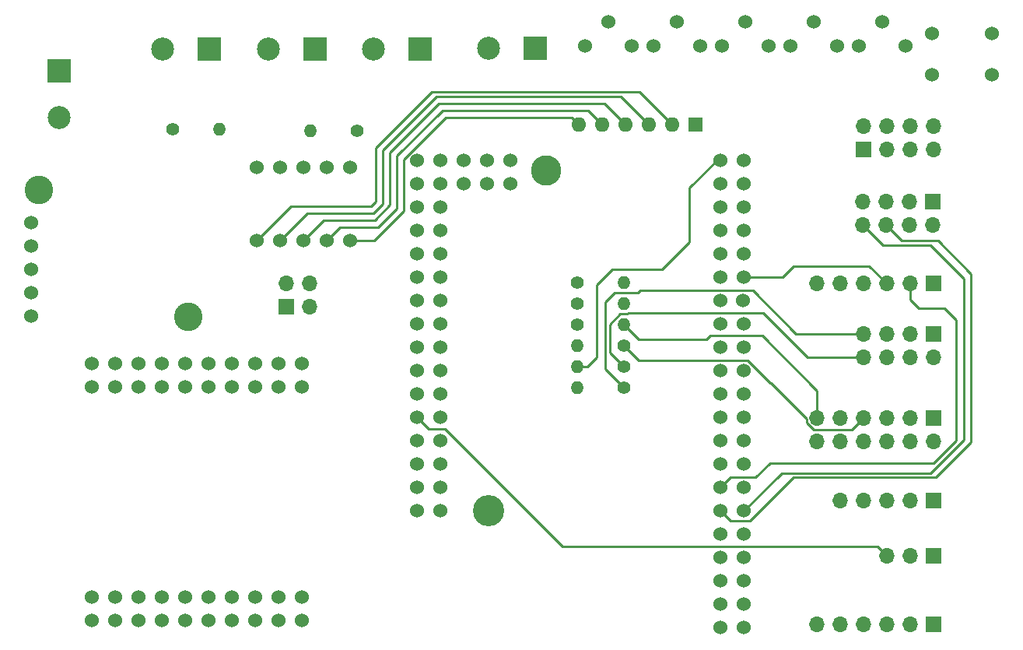
<source format=gbr>
%TF.GenerationSoftware,KiCad,Pcbnew,(6.0.0-0)*%
%TF.CreationDate,2022-02-22T22:18:13-05:00*%
%TF.ProjectId,LED_Controller_Without_Level_Shifter,4c45445f-436f-46e7-9472-6f6c6c65725f,1.0*%
%TF.SameCoordinates,Original*%
%TF.FileFunction,Copper,L2,Inr*%
%TF.FilePolarity,Positive*%
%FSLAX46Y46*%
G04 Gerber Fmt 4.6, Leading zero omitted, Abs format (unit mm)*
G04 Created by KiCad (PCBNEW (6.0.0-0)) date 2022-02-22 22:18:13*
%MOMM*%
%LPD*%
G01*
G04 APERTURE LIST*
%TA.AperFunction,ComponentPad*%
%ADD10C,1.524000*%
%TD*%
%TA.AperFunction,ComponentPad*%
%ADD11C,3.400000*%
%TD*%
%TA.AperFunction,ComponentPad*%
%ADD12C,3.300000*%
%TD*%
%TA.AperFunction,ComponentPad*%
%ADD13R,2.500000X2.500000*%
%TD*%
%TA.AperFunction,ComponentPad*%
%ADD14C,2.500000*%
%TD*%
%TA.AperFunction,ComponentPad*%
%ADD15R,1.700000X1.700000*%
%TD*%
%TA.AperFunction,ComponentPad*%
%ADD16O,1.700000X1.700000*%
%TD*%
%TA.AperFunction,ComponentPad*%
%ADD17C,1.400000*%
%TD*%
%TA.AperFunction,ComponentPad*%
%ADD18O,1.400000X1.400000*%
%TD*%
%TA.AperFunction,ComponentPad*%
%ADD19R,1.600000X1.600000*%
%TD*%
%TA.AperFunction,ComponentPad*%
%ADD20O,1.600000X1.600000*%
%TD*%
%TA.AperFunction,ComponentPad*%
%ADD21C,3.100000*%
%TD*%
%TA.AperFunction,Conductor*%
%ADD22C,0.250000*%
%TD*%
G04 APERTURE END LIST*
D10*
%TO.N,GND*%
%TO.C,RV5*%
X178452500Y-67935000D03*
%TO.N,TRIM4*%
X175912500Y-65325000D03*
%TO.N,+5V*%
X173372500Y-67935000D03*
%TD*%
%TO.N,unconnected-(U4-Pad75)*%
%TO.C,U4*%
X165770000Y-123550000D03*
%TO.N,unconnected-(U4-Pad74)*%
X168310000Y-123550000D03*
%TO.N,TX0*%
X165770000Y-118470000D03*
%TO.N,RX0*%
X168310000Y-118470000D03*
%TO.N,OE*%
X165770000Y-115930000D03*
%TO.N,DP_DATA_IN*%
X168310000Y-115930000D03*
%TO.N,DP_CLOCK*%
X165780000Y-113390000D03*
%TO.N,DP_LOAD*%
X168310000Y-113390000D03*
%TO.N,unconnected-(U4-Pad6)*%
X165770000Y-110850000D03*
%TO.N,unconnected-(U4-Pad7)*%
X168310000Y-110850000D03*
%TO.N,unconnected-(U4-Pad8)*%
X165770000Y-108310000D03*
%TO.N,unconnected-(U4-Pad9)*%
X168310000Y-108310000D03*
%TO.N,unconnected-(U4-Pad10)*%
X165770000Y-105770000D03*
%TO.N,unconnected-(U4-Pad11)*%
X168310000Y-105770000D03*
%TO.N,VU_STROBE*%
X165770000Y-103230000D03*
%TO.N,VU_RESET*%
X168310000Y-103230000D03*
%TO.N,unconnected-(U4-Pad14)*%
X165770000Y-100690000D03*
%TO.N,unconnected-(U4-Pad15)*%
X168310000Y-100690000D03*
%TO.N,LOGIC_2560_RX*%
X165770000Y-98150000D03*
%TO.N,LOGIC_2560_TX*%
X168310000Y-98150000D03*
%TO.N,TX1*%
X165780000Y-95610000D03*
%TO.N,RX1*%
X168230000Y-95610000D03*
%TO.N,SDA*%
X165780000Y-93070000D03*
%TO.N,SCL*%
X168310000Y-93070000D03*
%TO.N,unconnected-(U4-Pad22)*%
X165770000Y-90530000D03*
%TO.N,unconnected-(U4-Pad23)*%
X168310000Y-90530000D03*
%TO.N,unconnected-(U4-Pad24)*%
X165770000Y-87990000D03*
%TO.N,+5V*%
X168310000Y-131170000D03*
%TO.N,GND*%
X168310000Y-128630000D03*
D11*
%TO.N,N/C*%
X140530000Y-118470000D03*
D12*
X146820000Y-81440000D03*
D10*
%TO.N,unconnected-(U4-Pad25)*%
X168310000Y-87990000D03*
%TO.N,unconnected-(U4-Pad26)*%
X165770000Y-85450000D03*
%TO.N,unconnected-(U4-Pad27)*%
X168310000Y-85450000D03*
%TO.N,unconnected-(U4-Pad28)*%
X165770000Y-82910000D03*
%TO.N,unconnected-(U4-Pad29)*%
X168310000Y-82910000D03*
%TO.N,MAINT_DATA*%
X165770000Y-80370000D03*
%TO.N,unconnected-(U4-Pad31)*%
X168310000Y-80370000D03*
%TO.N,MAINT_CLOCK*%
X132750000Y-98150000D03*
%TO.N,unconnected-(U4-Pad33)*%
X135290000Y-98150000D03*
%TO.N,LDP_DATA*%
X132750000Y-95610000D03*
%TO.N,unconnected-(U4-Pad35)*%
X135290000Y-95610000D03*
%TO.N,LDP_CLOCK*%
X132750000Y-93070000D03*
%TO.N,unconnected-(U4-Pad37)*%
X135290000Y-93070000D03*
%TO.N,CS1_DATA*%
X132750000Y-90530000D03*
%TO.N,unconnected-(U4-Pad39)*%
X135290000Y-90530000D03*
%TO.N,CS1_CLOCK*%
X132750000Y-87990000D03*
%TO.N,unconnected-(U4-Pad41)*%
X135290000Y-87990000D03*
%TO.N,CS2_DATA*%
X132750000Y-85450000D03*
%TO.N,unconnected-(U4-Pad43)*%
X135290000Y-85450000D03*
%TO.N,CS2_CLOCK*%
X132750000Y-82910000D03*
%TO.N,JUMPER5*%
X135290000Y-82910000D03*
%TO.N,VU1_DATA*%
X132750000Y-80370000D03*
%TO.N,JUMPER4*%
X135290000Y-80370000D03*
%TO.N,VU1_CLOCK*%
X137840000Y-80370000D03*
%TO.N,JUMPER3*%
X137830000Y-82910000D03*
%TO.N,VU2_DATA*%
X140370000Y-80370000D03*
%TO.N,JUMPER2*%
X140370000Y-82910000D03*
%TO.N,VU2_CLOCK*%
X142910000Y-80370000D03*
%TO.N,JUMPER1*%
X142910000Y-82910000D03*
%TO.N,GND*%
X165770000Y-128630000D03*
%TO.N,+5V*%
X165770000Y-131170000D03*
%TO.N,unconnected-(U4-Pad72)*%
X165770000Y-126090000D03*
%TO.N,unconnected-(U4-Pad73)*%
X168310000Y-126090000D03*
%TO.N,unconnected-(U4-Pad104)*%
X165770000Y-121010000D03*
%TO.N,RESET*%
X168310000Y-121010000D03*
%TO.N,SPECTRUM_LEFT*%
X132750000Y-118470000D03*
%TO.N,SPECTRUM_RIGHT*%
X135290000Y-118470000D03*
%TO.N,TRIM1*%
X132750000Y-115930000D03*
%TO.N,TRIM2*%
X135290000Y-115930000D03*
%TO.N,TRIM3*%
X132750000Y-113390000D03*
%TO.N,TRIM4*%
X135290000Y-113390000D03*
%TO.N,TRIM5*%
X132750000Y-110850000D03*
%TO.N,BATTERY_LEVEL*%
X135290000Y-110850000D03*
%TO.N,EXT_MIC*%
X132750000Y-108310000D03*
%TO.N,unconnected-(U4-Pad209)*%
X135290000Y-108310000D03*
%TO.N,unconnected-(U4-Pad210)*%
X132750000Y-105770000D03*
%TO.N,unconnected-(U4-Pad211)*%
X135290000Y-105770000D03*
%TO.N,unconnected-(U4-Pad212)*%
X132750000Y-103230000D03*
%TO.N,unconnected-(U4-Pad213)*%
X135290000Y-103230000D03*
%TO.N,unconnected-(U4-Pad214)*%
X132750000Y-100690000D03*
%TO.N,unconnected-(U4-Pad215)*%
X135290000Y-100690000D03*
%TD*%
D13*
%TO.N,GND*%
%TO.C,J1*%
X93790000Y-70645000D03*
D14*
%TO.N,+12V*%
X93790000Y-75725000D03*
%TD*%
D13*
%TO.N,GND*%
%TO.C,J2*%
X110180000Y-68280000D03*
D14*
%TO.N,+5V*%
X105100000Y-68280000D03*
%TD*%
D13*
%TO.N,GND*%
%TO.C,J3*%
X133045000Y-68280000D03*
D14*
%TO.N,+5V*%
X127965000Y-68280000D03*
%TD*%
D13*
%TO.N,GND*%
%TO.C,J4*%
X121615000Y-68254000D03*
D14*
%TO.N,+5V*%
X116535000Y-68254000D03*
%TD*%
D15*
%TO.N,GND*%
%TO.C,J5*%
X188930000Y-99250000D03*
D16*
X188930000Y-101790000D03*
%TO.N,+5V*%
X186390000Y-99250000D03*
X186390000Y-101790000D03*
%TO.N,LDP_CLOCK*%
X183850000Y-99250000D03*
%TO.N,MAINT_CLOCK*%
X183850000Y-101790000D03*
%TO.N,/H-R1_LD*%
X181310000Y-99250000D03*
%TO.N,/H-R2-MD*%
X181310000Y-101790000D03*
%TD*%
D15*
%TO.N,GND*%
%TO.C,J6*%
X189000000Y-108380000D03*
D16*
X189000000Y-110920000D03*
%TO.N,+5V*%
X186460000Y-108380000D03*
X186460000Y-110920000D03*
%TO.N,CS1_CLOCK*%
X183920000Y-108380000D03*
%TO.N,VU1_CLOCK*%
X183920000Y-110920000D03*
%TO.N,/H-R3_C1D*%
X181380000Y-108380000D03*
%TO.N,/H-R4_V1D*%
X181380000Y-110920000D03*
%TO.N,CS2_CLOCK*%
X178840000Y-108380000D03*
%TO.N,VU2_CLOCK*%
X178840000Y-110920000D03*
%TO.N,/H-R5_C2D*%
X176300000Y-108380000D03*
%TO.N,/H-R6_V2D*%
X176300000Y-110920000D03*
%TD*%
D15*
%TO.N,GND*%
%TO.C,J7*%
X188976000Y-117334000D03*
D16*
%TO.N,+5V*%
X186436000Y-117334000D03*
%TO.N,DP_LOAD*%
X183896000Y-117334000D03*
%TO.N,DP_CLOCK*%
X181356000Y-117334000D03*
%TO.N,DP_DATA_IN*%
X178816000Y-117334000D03*
%TD*%
D15*
%TO.N,GND*%
%TO.C,J8*%
X188976000Y-130810000D03*
D16*
%TO.N,+5V*%
X186436000Y-130810000D03*
%TO.N,VU_STROBE*%
X183896000Y-130810000D03*
%TO.N,VU_RESET*%
X181356000Y-130810000D03*
%TO.N,SPECTRUM_LEFT*%
X178816000Y-130810000D03*
%TO.N,SPECTRUM_RIGHT*%
X176276000Y-130810000D03*
%TD*%
D15*
%TO.N,+5V*%
%TO.C,J9*%
X181320000Y-79145000D03*
D16*
X181320000Y-76605000D03*
%TO.N,GND*%
X183860000Y-79145000D03*
X183860000Y-76605000D03*
%TO.N,SCL*%
X186400000Y-79145000D03*
X186400000Y-76605000D03*
%TO.N,SDA*%
X188940000Y-79145000D03*
X188940000Y-76605000D03*
%TD*%
D15*
%TO.N,GND*%
%TO.C,J10*%
X188920000Y-84885000D03*
D16*
X188920000Y-87425000D03*
%TO.N,+5V*%
X186380000Y-84885000D03*
X186380000Y-87425000D03*
%TO.N,TX1*%
X183840000Y-84885000D03*
%TO.N,TX0*%
X183840000Y-87425000D03*
%TO.N,RX1*%
X181300000Y-84885000D03*
%TO.N,RX0*%
X181300000Y-87425000D03*
%TD*%
D15*
%TO.N,GND*%
%TO.C,J11*%
X188951000Y-93751000D03*
D16*
%TO.N,OE*%
X186411000Y-93751000D03*
%TO.N,SCL*%
X183871000Y-93751000D03*
%TO.N,SDA*%
X181331000Y-93751000D03*
%TO.N,+5V*%
X178791000Y-93751000D03*
X176251000Y-93751000D03*
%TD*%
D17*
%TO.N,/H-R2-MD*%
%TO.C,R2*%
X155290000Y-102822000D03*
D18*
%TO.N,MAINT_DATA*%
X150210000Y-102822000D03*
%TD*%
D17*
%TO.N,/H-R3_C1D*%
%TO.C,R3*%
X155290000Y-100534000D03*
D18*
%TO.N,CS1_DATA*%
X150210000Y-100534000D03*
%TD*%
D17*
%TO.N,CS2_DATA*%
%TO.C,R4*%
X150210000Y-98246000D03*
D18*
%TO.N,/H-R5_C2D*%
X155290000Y-98246000D03*
%TD*%
D17*
%TO.N,VU1_DATA*%
%TO.C,R5*%
X150210000Y-95958000D03*
D18*
%TO.N,/H-R4_V1D*%
X155290000Y-95958000D03*
%TD*%
D17*
%TO.N,VU2_DATA*%
%TO.C,R6*%
X150210000Y-93670000D03*
D18*
%TO.N,/H-R6_V2D*%
X155290000Y-93670000D03*
%TD*%
D19*
%TO.N,GND*%
%TO.C,RN1*%
X163068000Y-76454000D03*
D20*
%TO.N,JUMPER1*%
X160528000Y-76454000D03*
%TO.N,JUMPER2*%
X157988000Y-76454000D03*
%TO.N,JUMPER3*%
X155448000Y-76454000D03*
%TO.N,JUMPER4*%
X152908000Y-76454000D03*
%TO.N,JUMPER5*%
X150368000Y-76454000D03*
%TD*%
D10*
%TO.N,unconnected-(U1-Pad0)*%
%TO.C,U1*%
X90780000Y-87130000D03*
%TO.N,+12V*%
X90780000Y-89670000D03*
%TO.N,GND*%
X90780000Y-92210000D03*
%TO.N,N/C*%
X90780000Y-94750000D03*
%TO.N,GND*%
X90780000Y-97290000D03*
D21*
%TO.N,N/C*%
X91610000Y-83600000D03*
X107838800Y-97361200D03*
%TD*%
D10*
%TO.N,unconnected-(U2-Pad0)*%
%TO.C,U2*%
X105015400Y-130406600D03*
%TO.N,unconnected-(U2-Pad1)*%
X120205400Y-127866600D03*
%TO.N,unconnected-(U2-Pad2)*%
X102475400Y-130406600D03*
%TO.N,unconnected-(U2-Pad3)*%
X117715400Y-127866600D03*
%TO.N,unconnected-(U2-Pad4)*%
X107555400Y-130406600D03*
%TO.N,unconnected-(U2-Pad5)*%
X105015400Y-105000600D03*
%TO.N,unconnected-(U2-Pad18)*%
X112635400Y-105000600D03*
%TO.N,unconnected-(U2-Pad19)*%
X110095400Y-105000600D03*
%TO.N,unconnected-(U2-Pad21)*%
X112635400Y-127866600D03*
%TO.N,unconnected-(U2-Pad22)*%
X115175400Y-127866600D03*
%TO.N,unconnected-(U2-Pad23)*%
X107555400Y-105000600D03*
%TO.N,unconnected-(U2-Pad25)*%
X107555400Y-127866600D03*
%TO.N,unconnected-(U2-Pad26)*%
X115175400Y-105000600D03*
%TO.N,unconnected-(U2-Pad27)*%
X110095400Y-127866600D03*
%TO.N,unconnected-(U2-Pad32)*%
X112635400Y-130406600D03*
%TO.N,unconnected-(U2-Pad33)*%
X110095400Y-102460600D03*
%TO.N,unconnected-(U2-Pad34)*%
X107555400Y-102460600D03*
%TO.N,unconnected-(U2-Pad35)*%
X112635400Y-102460600D03*
%TO.N,unconnected-(U2-Pad39)*%
X115175400Y-102460600D03*
%TO.N,GND*%
X105015400Y-127866600D03*
X120255400Y-130406600D03*
X120255400Y-102460600D03*
%TO.N,+5V*%
X102475400Y-127866600D03*
%TO.N,3.3V*%
X102475400Y-105000600D03*
%TO.N,unconnected-(U2-Pad80)*%
X99935400Y-127866600D03*
%TO.N,unconnected-(U2-Pad81)*%
X97395400Y-127866600D03*
%TO.N,unconnected-(U2-Pad82)*%
X110095400Y-130406600D03*
%TO.N,unconnected-(U2-Pad83)*%
X99935400Y-130406600D03*
%TO.N,unconnected-(U2-Pad84)*%
X97395400Y-130406600D03*
%TO.N,unconnected-(U2-Pad85)*%
X120255400Y-105000600D03*
%TO.N,unconnected-(U2-Pad86)*%
X117715400Y-105000600D03*
%TO.N,unconnected-(U2-Pad87)*%
X99935400Y-105000600D03*
%TO.N,unconnected-(U2-Pad88)*%
X97395400Y-105000600D03*
%TO.N,unconnected-(U2-Pad89)*%
X117715400Y-102460600D03*
%TO.N,unconnected-(U2-Pad90)*%
X105015400Y-102460600D03*
%TO.N,unconnected-(U2-Pad91)*%
X102475400Y-102460600D03*
%TO.N,unconnected-(U2-Pad92)*%
X99935400Y-102460600D03*
%TO.N,unconnected-(U2-Pad93)*%
X97395400Y-102460600D03*
%TO.N,ESP_LOGIC_RX*%
X115175400Y-130406600D03*
%TO.N,ESP_LOGIC_TX*%
X117715400Y-130406600D03*
%TD*%
D17*
%TO.N,/H-R1_LD*%
%TO.C,R1*%
X155290000Y-105110000D03*
D18*
%TO.N,LDP_DATA*%
X150210000Y-105110000D03*
%TD*%
D10*
%TO.N,JUMPER5*%
%TO.C,SW1*%
X125476000Y-89091000D03*
%TO.N,JUMPER4*%
X122936000Y-89091000D03*
%TO.N,JUMPER3*%
X120396000Y-89091000D03*
%TO.N,JUMPER2*%
X117856000Y-89091000D03*
%TO.N,JUMPER1*%
X115316000Y-89091000D03*
%TO.N,+5V*%
X115316000Y-81089000D03*
X117856000Y-81089000D03*
X120396000Y-81089000D03*
X122936000Y-81089000D03*
X125476000Y-81089000D03*
%TD*%
%TO.N,GND*%
%TO.C,SW2*%
X188820000Y-71020000D03*
%TO.N,RESET*%
X188820000Y-66520000D03*
%TO.N,GND*%
X195320000Y-71020000D03*
%TO.N,RESET*%
X195320000Y-66520000D03*
%TD*%
%TO.N,GND*%
%TO.C,RV1*%
X156140000Y-67935000D03*
%TO.N,TRIM1*%
X153600000Y-65325000D03*
%TO.N,+5V*%
X151060000Y-67935000D03*
%TD*%
%TO.N,GND*%
%TO.C,RV2*%
X171015000Y-67935000D03*
%TO.N,TRIM3*%
X168475000Y-65325000D03*
%TO.N,+5V*%
X165935000Y-67935000D03*
%TD*%
%TO.N,GND*%
%TO.C,RV3*%
X185890000Y-67935000D03*
%TO.N,TRIM5*%
X183350000Y-65325000D03*
%TO.N,+5V*%
X180810000Y-67935000D03*
%TD*%
%TO.N,GND*%
%TO.C,RV4*%
X163577500Y-67935000D03*
%TO.N,TRIM2*%
X161037500Y-65325000D03*
%TO.N,+5V*%
X158497500Y-67935000D03*
%TD*%
D15*
%TO.N,ESP_LOGIC_RX*%
%TO.C,J13*%
X118545000Y-96315000D03*
D16*
%TO.N,ESP_LOGIC_TX*%
X118545000Y-93775000D03*
%TO.N,LOGIC_2560_RX*%
X121085000Y-96315000D03*
%TO.N,LOGIC_2560_TX*%
X121085000Y-93775000D03*
%TD*%
D15*
%TO.N,GND*%
%TO.C,J13*%
X188975000Y-123340000D03*
D16*
%TO.N,+5V*%
X186435000Y-123340000D03*
%TO.N,EXT_MIC*%
X183895000Y-123340000D03*
%TD*%
D17*
%TO.N,BATTERY_LEVEL*%
%TO.C,R7*%
X106172000Y-76962000D03*
D18*
%TO.N,POS*%
X111252000Y-76962000D03*
%TD*%
D17*
%TO.N,NEG*%
%TO.C,R8*%
X126238000Y-77140000D03*
D18*
%TO.N,BATTERY_LEVEL*%
X121158000Y-77140000D03*
%TD*%
D13*
%TO.N,POS*%
%TO.C,J12*%
X145625000Y-68170000D03*
D14*
%TO.N,NEG*%
X140545000Y-68170000D03*
%TD*%
D22*
%TO.N,/H-R2-MD*%
X153720000Y-101252000D02*
X153720000Y-98210000D01*
X155616878Y-97080000D02*
X155746878Y-96950000D01*
X170390000Y-96950000D02*
X175230000Y-101790000D01*
X153720000Y-98210000D02*
X154850000Y-97080000D01*
X155290000Y-102822000D02*
X153720000Y-101252000D01*
X154850000Y-97080000D02*
X155616878Y-97080000D01*
X155746878Y-96950000D02*
X170390000Y-96950000D01*
X175230000Y-101790000D02*
X181310000Y-101790000D01*
%TO.N,MAINT_DATA*%
X165410000Y-80370000D02*
X162420000Y-83360000D01*
X162420000Y-83360000D02*
X162420000Y-89240000D01*
X165770000Y-80370000D02*
X165410000Y-80370000D01*
X162420000Y-89240000D02*
X159450000Y-92210000D01*
X159450000Y-92210000D02*
X154014282Y-92210000D01*
X154014282Y-92210000D02*
X152340000Y-93884282D01*
X152340000Y-93884282D02*
X152340000Y-101780000D01*
X152340000Y-101780000D02*
X151298000Y-102822000D01*
X151298000Y-102822000D02*
X150210000Y-102822000D01*
%TO.N,EXT_MIC*%
X183895000Y-123340000D02*
X182885000Y-122330000D01*
X134040000Y-109600000D02*
X132750000Y-108310000D01*
X182885000Y-122330000D02*
X148550000Y-122330000D01*
X148550000Y-122330000D02*
X135820000Y-109600000D01*
X135820000Y-109600000D02*
X134040000Y-109600000D01*
%TO.N,/H-R3_C1D*%
X156906000Y-102150000D02*
X165313440Y-102150000D01*
X168760049Y-102143489D02*
X171226560Y-104610000D01*
X165319951Y-102143489D02*
X166220049Y-102143489D01*
X155290000Y-100534000D02*
X156906000Y-102150000D01*
X166220049Y-102143489D02*
X166226560Y-102150000D01*
X166226560Y-102150000D02*
X167853440Y-102150000D01*
X167853440Y-102150000D02*
X167859951Y-102143489D01*
X167859951Y-102143489D02*
X168760049Y-102143489D01*
X175125489Y-108866499D02*
X175918990Y-109660000D01*
X171226560Y-104610000D02*
X171270000Y-104610000D01*
X165313440Y-102150000D02*
X165319951Y-102143489D01*
X171270000Y-104610000D02*
X175125489Y-108465489D01*
X175125489Y-108465489D02*
X175125489Y-108866499D01*
X175918990Y-109660000D02*
X180100000Y-109660000D01*
X180100000Y-109660000D02*
X181380000Y-108380000D01*
%TO.N,/H-R5_C2D*%
X155290000Y-98246000D02*
X156874000Y-99830000D01*
X156874000Y-99830000D02*
X164250000Y-99830000D01*
X164630000Y-99450000D02*
X170350000Y-99450000D01*
X170350000Y-99450000D02*
X176300000Y-105400000D01*
X164250000Y-99830000D02*
X164630000Y-99450000D01*
X176300000Y-105400000D02*
X176300000Y-108380000D01*
%TO.N,/H-R1_LD*%
X155290000Y-105110000D02*
X153270480Y-103090480D01*
X153270480Y-103090480D02*
X153270480Y-95759520D01*
X154270000Y-94760000D02*
X156800000Y-94760000D01*
X156800000Y-94760000D02*
X157036511Y-94523489D01*
X153270480Y-95759520D02*
X154270000Y-94760000D01*
X157036511Y-94523489D02*
X169283489Y-94523489D01*
X169283489Y-94523489D02*
X174010000Y-99250000D01*
X174010000Y-99250000D02*
X181310000Y-99250000D01*
%TO.N,SCL*%
X183871000Y-93751000D02*
X181960000Y-91840000D01*
X181960000Y-91840000D02*
X173754800Y-91840000D01*
X173754800Y-91840000D02*
X172524800Y-93070000D01*
X172524800Y-93070000D02*
X168310000Y-93070000D01*
%TO.N,TX0*%
X165770000Y-118470000D02*
X166856511Y-119556511D01*
X166856511Y-119556511D02*
X168943489Y-119556511D01*
X168943489Y-119556511D02*
X173692000Y-114808000D01*
X189230000Y-114808000D02*
X193040000Y-110998000D01*
X173692000Y-114808000D02*
X189230000Y-114808000D01*
X193040000Y-110998000D02*
X193040000Y-92710000D01*
X193040000Y-92710000D02*
X189450480Y-89120480D01*
X189450480Y-89120480D02*
X185535480Y-89120480D01*
X185535480Y-89120480D02*
X183840000Y-87425000D01*
%TO.N,OE*%
X165522600Y-116177400D02*
X166856511Y-114843489D01*
X169616511Y-114843489D02*
X171176000Y-113284000D01*
X166856511Y-114843489D02*
X169616511Y-114843489D01*
X171176000Y-113284000D02*
X188966000Y-113284000D01*
X188966000Y-113284000D02*
X191430000Y-110820000D01*
X191430000Y-110820000D02*
X191430000Y-97720000D01*
X191430000Y-97720000D02*
X190160000Y-96450000D01*
X190160000Y-96450000D02*
X187370000Y-96450000D01*
X186411000Y-95491000D02*
X186411000Y-93751000D01*
X187370000Y-96450000D02*
X186411000Y-95491000D01*
%TO.N,RX0*%
X168250000Y-118530000D02*
X172421520Y-114358480D01*
X188663520Y-114358480D02*
X192278000Y-110744000D01*
X172421520Y-114358480D02*
X188663520Y-114358480D01*
X188630000Y-89570000D02*
X183445000Y-89570000D01*
X192278000Y-110744000D02*
X192278000Y-93218000D01*
X192278000Y-93218000D02*
X188630000Y-89570000D01*
X183445000Y-89570000D02*
X181300000Y-87425000D01*
%TO.N,JUMPER5*%
X149606000Y-75692000D02*
X135890000Y-75692000D01*
X135890000Y-75692000D02*
X131318000Y-80264000D01*
X131318000Y-85852000D02*
X128079000Y-89091000D01*
X131318000Y-80264000D02*
X131318000Y-85852000D01*
X150368000Y-76454000D02*
X149606000Y-75692000D01*
X128079000Y-89091000D02*
X125476000Y-89091000D01*
%TO.N,JUMPER4*%
X124397000Y-87630000D02*
X122936000Y-89091000D01*
X151384000Y-74930000D02*
X135508282Y-74930000D01*
X128524000Y-87630000D02*
X124397000Y-87630000D01*
X130556000Y-85598000D02*
X128524000Y-87630000D01*
X152908000Y-76454000D02*
X151384000Y-74930000D01*
X130556000Y-79882282D02*
X130556000Y-85598000D01*
X135508282Y-74930000D02*
X130556000Y-79882282D01*
%TO.N,JUMPER3*%
X153162000Y-74168000D02*
X135128000Y-74168000D01*
X129794000Y-79502000D02*
X129794000Y-85217000D01*
X122619000Y-86868000D02*
X120396000Y-89091000D01*
X129794000Y-85217000D02*
X128143000Y-86868000D01*
X128143000Y-86868000D02*
X122619000Y-86868000D01*
X135128000Y-74168000D02*
X129794000Y-79502000D01*
X155448000Y-76454000D02*
X153162000Y-74168000D01*
%TO.N,JUMPER2*%
X129032000Y-79248000D02*
X129032000Y-85090000D01*
X128016000Y-86106000D02*
X120841000Y-86106000D01*
X120841000Y-86106000D02*
X117856000Y-89091000D01*
X157988000Y-76454000D02*
X154940000Y-73406000D01*
X154940000Y-73406000D02*
X134874000Y-73406000D01*
X134874000Y-73406000D02*
X129032000Y-79248000D01*
X129032000Y-85090000D02*
X128016000Y-86106000D01*
%TO.N,JUMPER1*%
X156972000Y-72898000D02*
X160528000Y-76454000D01*
X128270000Y-84836000D02*
X128270000Y-78994000D01*
X119063000Y-85344000D02*
X127762000Y-85344000D01*
X127762000Y-85344000D02*
X128270000Y-84836000D01*
X128270000Y-78994000D02*
X134366000Y-72898000D01*
X115316000Y-89091000D02*
X119063000Y-85344000D01*
X134366000Y-72898000D02*
X156972000Y-72898000D01*
%TD*%
M02*

</source>
